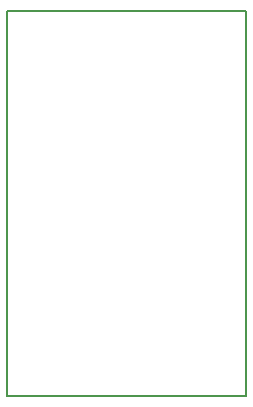
<source format=gbr>
G04 #@! TF.FileFunction,Profile,NP*
%FSLAX46Y46*%
G04 Gerber Fmt 4.6, Leading zero omitted, Abs format (unit mm)*
G04 Created by KiCad (PCBNEW 4.0.7) date 02/25/19 14:17:20*
%MOMM*%
%LPD*%
G01*
G04 APERTURE LIST*
%ADD10C,0.100000*%
%ADD11C,0.150000*%
G04 APERTURE END LIST*
D10*
D11*
X138363960Y-109728000D02*
X158623000Y-109728000D01*
X138363960Y-77083920D02*
X158617920Y-77083920D01*
X138363960Y-93403420D02*
X138363960Y-77083920D01*
X158620460Y-77083920D02*
X158620460Y-93403420D01*
X158623000Y-93408500D02*
X158623000Y-109728000D01*
X138366500Y-109728000D02*
X138366500Y-93408500D01*
M02*

</source>
